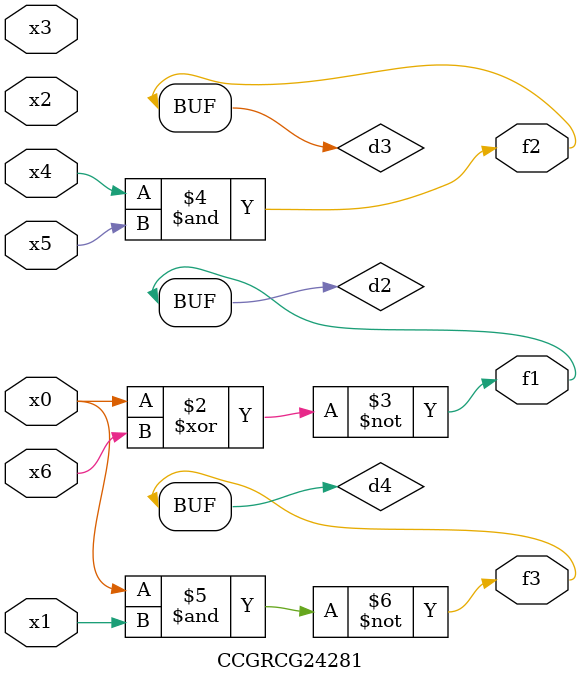
<source format=v>
module CCGRCG24281(
	input x0, x1, x2, x3, x4, x5, x6,
	output f1, f2, f3
);

	wire d1, d2, d3, d4;

	nor (d1, x0);
	xnor (d2, x0, x6);
	and (d3, x4, x5);
	nand (d4, x0, x1);
	assign f1 = d2;
	assign f2 = d3;
	assign f3 = d4;
endmodule

</source>
